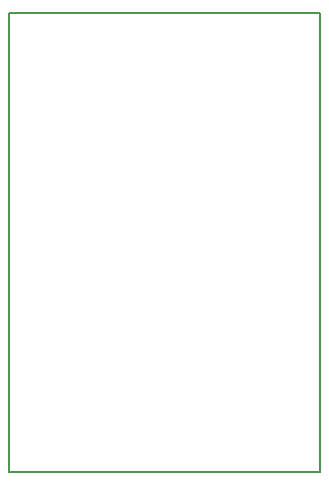
<source format=gm1>
G04 MADE WITH FRITZING*
G04 WWW.FRITZING.ORG*
G04 DOUBLE SIDED*
G04 HOLES PLATED*
G04 CONTOUR ON CENTER OF CONTOUR VECTOR*
%ASAXBY*%
%FSLAX23Y23*%
%MOIN*%
%OFA0B0*%
%SFA1.0B1.0*%
%ADD10R,1.045170X1.539190*%
%ADD11C,0.008000*%
%ADD10C,0.008*%
%LNCONTOUR*%
G90*
G70*
G54D10*
G54D11*
X4Y1535D02*
X1041Y1535D01*
X1041Y4D01*
X4Y4D01*
X4Y1535D01*
D02*
G04 End of contour*
M02*
</source>
